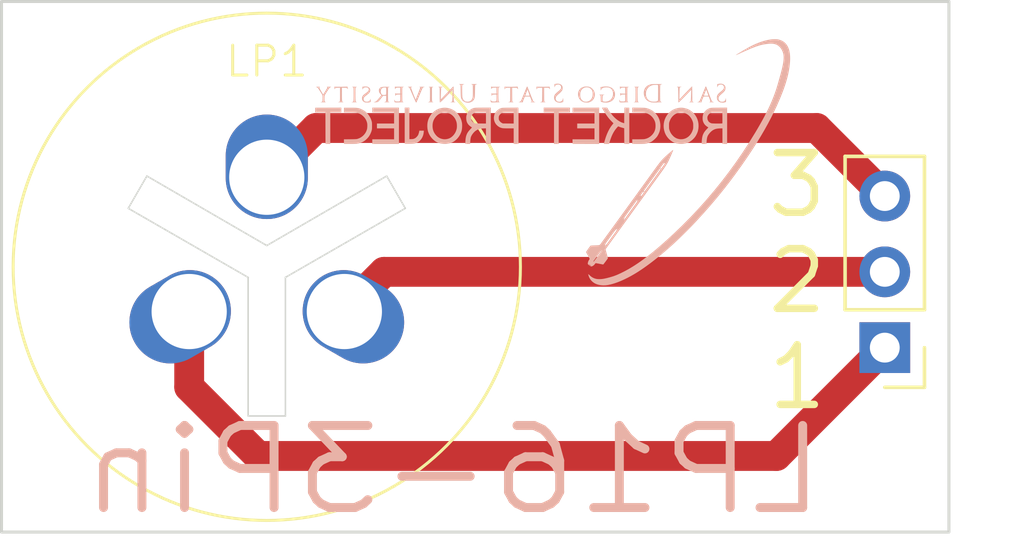
<source format=kicad_pcb>
(kicad_pcb (version 20221018) (generator pcbnew)
  (layers (0 "F.Cu" signal) (31 "B.Cu" power) (34 "B.Paste" user) (35 "F.Paste" user) (36 "B.SilkS" user "B.Silkscreen") (37 "F.SilkS" user "F.Silkscreen") (38 "B.Mask" user) (39 "F.Mask" user) (44 "Edge.Cuts" user))
  (net 0 "")
  (net 1 "Pin 1")
  (net 2 "Pin 2")
  (net 3 "Pin 3")
  (footprint "Connector_PinHeader_2.54mm:PinHeader_1x03_P2.54mm_Vertical" (layer "F.Cu") (at 55 37 180)
    (fp_text reference "J1" hide)
    (fp_text value "Conn_01x03")
    (pad "1" thru_hole rect (at 0 0 180) (size 1.7 1.7) (drill 1) (layers "*.Cu" "*.Mask") (net 1 "Pin 1"))
    (pad "2" thru_hole oval (at 0 2.54 180) (size 1.7 1.7) (drill 1) (layers "*.Cu" "*.Mask") (net 2 "Pin 2"))
    (pad "3" thru_hole oval (at 0 5.08 180) (size 1.7 1.7) (drill 1) (layers "*.Cu" "*.Mask") (net 3 "Pin 3"))
  )
  (footprint "CN-Linko LP16 3 Pin:LP16-3P" (layer "F.Cu") (at 34.29 34.29)
    (fp_text reference "LP1" (at 0 -6.8834 unlocked) (layer "F.SilkS") (effects (font (thickness 0.1))))
    (fp_text value "~")
    (fp_line (start -4.642627 -1.958734) (end -4.017627 -3.041265) (stroke (width 0.05)) (layer "Edge.Cuts"))
    (fp_line (start -0.625 0.3556) (end -4.642627 -1.958734) (stroke (width 0.05)) (layer "Edge.Cuts"))
    (fp_line (start -0.625 0.3556) (end -0.625 5) (stroke (width 0.05)) (layer "Edge.Cuts"))
    (fp_line (start -0.625 5) (end 0.625 5) (stroke (width 0.05)) (layer "Edge.Cuts"))
    (fp_line (start 0 -0.7112) (end -4.017627 -3.041265) (stroke (width 0.05)) (layer "Edge.Cuts"))
    (fp_line (start 0 -0.7112) (end 4.017627 -3.041266) (stroke (width 0.05)) (layer "Edge.Cuts"))
    (fp_line (start 0.625 0.3556) (end 4.642627 -1.958734) (stroke (width 0.05)) (layer "Edge.Cuts"))
    (fp_line (start 0.625 5) (end 0.625 0.3556) (stroke (width 0.05)) (layer "Edge.Cuts"))
    (fp_line (start 4.017627 -3.041266) (end 4.642627 -1.958734) (stroke (width 0.05)) (layer "Edge.Cuts"))
    (pad "1" thru_hole oval (at -2.6 1.5 120) (size 2.75 3.5) (drill 2.52 (offset 0 -0.35)) (layers "*.Cu" "*.Mask") (net 1 "Pin 1"))
    (pad "2" thru_hole oval (at 2.6 1.5 240) (size 2.75 3.5) (drill 2.52 (offset 0 -0.35)) (layers "*.Cu" "*.Mask") (net 2 "Pin 2"))
    (pad "3" thru_hole oval (at 0 -3) (size 2.75 3.5) (drill 2.52 (offset 0 -0.35)) (layers "*.Cu" "*.Mask") (net 3 "Pin 3"))
  )
  (footprint "LOGO:RP_Logo" (layer "B.Cu") (at 43.87 30.79 180)
    (fp_text reference "G***" hide)
    (fp_text value "LOGO" hide)
  )
  (gr_rect (start 25.4 25.4) (end 57.15 43.18) (stroke (width 0.1)) (fill none) (layer "Edge.Cuts"))
  (gr_text "LP16-3Pin\n" (at 53.16 42.71) (layer "B.SilkS") (effects (font (size 2.75 3) (thickness 0.3)) (justify left bottom mirror)))
  (gr_text "3\n2\n1" (at 50.95 39.16) (layer "F.SilkS") (effects (font (size 2 2) (thickness 0.25)) (justify left bottom)))
  (segment (start 34 40.63) (end 51.37 40.63) (width 1) (layer "F.Cu") (net 1))
  (segment (start 31.69 38.32) (end 34 40.63) (width 1) (layer "F.Cu") (net 1))
  (segment (start 51.37 40.63) (end 55 37) (width 1) (layer "F.Cu") (net 1))
  (segment (start 31.69 35.79) (end 31.69 38.32) (width 1) (layer "F.Cu") (net 1))
  (segment (start 38.22 34.46) (end 55 34.46) (width 1) (layer "F.Cu") (net 2))
  (segment (start 36.89 35.79) (end 38.22 34.46) (width 1) (layer "F.Cu") (net 2))
  (segment (start 34.29 31.29) (end 35.94 29.64) (width 1) (layer "F.Cu") (net 3))
  (segment (start 52.72 29.64) (end 55 31.92) (width 1) (layer "F.Cu") (net 3))
  (segment (start 35.94 29.64) (end 52.72 29.64) (width 1) (layer "F.Cu") (net 3))
)
</source>
